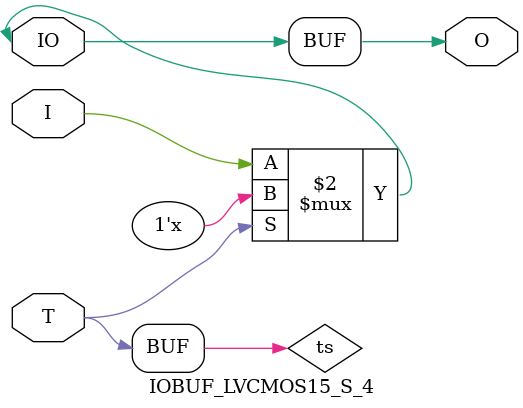
<source format=v>

/*

FUNCTION	: INPUT TRI-STATE OUTPUT BUFFER

*/

`celldefine
`timescale  100 ps / 10 ps

module IOBUF_LVCMOS15_S_4 (O, IO, I, T);

    output O;

    inout  IO;

    input  I, T;

    or O1 (ts, 1'b0, T);
    bufif0 T1 (IO, I, ts);

    buf B1 (O, IO);

endmodule

</source>
